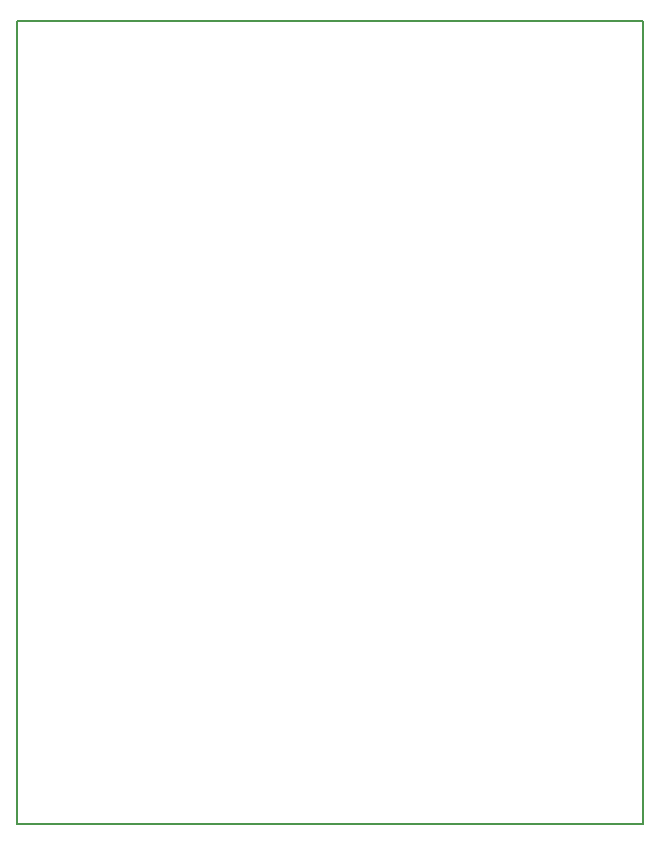
<source format=gbr>
G04 #@! TF.GenerationSoftware,KiCad,Pcbnew,(5.1.5)-3*
G04 #@! TF.CreationDate,2023-05-21T11:01:35-04:00*
G04 #@! TF.ProjectId,In_Board_Gnia,496e5f42-6f61-4726-945f-476e69612e6b,rev?*
G04 #@! TF.SameCoordinates,Original*
G04 #@! TF.FileFunction,Profile,NP*
%FSLAX46Y46*%
G04 Gerber Fmt 4.6, Leading zero omitted, Abs format (unit mm)*
G04 Created by KiCad (PCBNEW (5.1.5)-3) date 2023-05-21 11:01:35*
%MOMM*%
%LPD*%
G04 APERTURE LIST*
%ADD10C,0.150000*%
G04 APERTURE END LIST*
D10*
X30000000Y-55000000D02*
X30000000Y-123000000D01*
X83000000Y-55000000D02*
X30000000Y-55000000D01*
X83000000Y-123000000D02*
X83000000Y-55000000D01*
X30000000Y-123000000D02*
X83000000Y-123000000D01*
M02*

</source>
